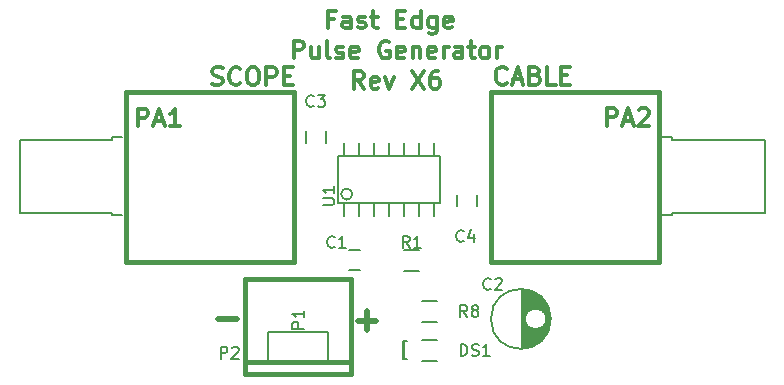
<source format=gto>
%TF.GenerationSoftware,KiCad,Pcbnew,(5.1.10)-1*%
%TF.CreationDate,2021-09-19T13:47:21-04:00*%
%TF.ProjectId,PULSE-GEN,50554c53-452d-4474-954e-2e6b69636164,rev?*%
%TF.SameCoordinates,Original*%
%TF.FileFunction,Legend,Top*%
%TF.FilePolarity,Positive*%
%FSLAX46Y46*%
G04 Gerber Fmt 4.6, Leading zero omitted, Abs format (unit mm)*
G04 Created by KiCad (PCBNEW (5.1.10)-1) date 2021-09-19 13:47:21*
%MOMM*%
%LPD*%
G01*
G04 APERTURE LIST*
%ADD10C,0.200000*%
%ADD11C,0.300000*%
%ADD12C,0.508000*%
%ADD13C,0.381000*%
%ADD14C,0.127000*%
%ADD15C,0.152400*%
%ADD16C,0.150000*%
%ADD17C,0.375000*%
G04 APERTURE END LIST*
D10*
X23368000Y-30480000D02*
X23749000Y-30480000D01*
X23368000Y-28956000D02*
X23749000Y-28956000D01*
X23368000Y-30480000D02*
X23495000Y-30480000D01*
X23368000Y-28956000D02*
X23495000Y-28956000D01*
X23368000Y-30480000D02*
X23495000Y-30480000D01*
X23368000Y-28956000D02*
X23368000Y-30480000D01*
X23495000Y-28956000D02*
X23495000Y-30480000D01*
D11*
X32177314Y-7063514D02*
X32105885Y-7134942D01*
X31891600Y-7206371D01*
X31748742Y-7206371D01*
X31534457Y-7134942D01*
X31391600Y-6992085D01*
X31320171Y-6849228D01*
X31248742Y-6563514D01*
X31248742Y-6349228D01*
X31320171Y-6063514D01*
X31391600Y-5920657D01*
X31534457Y-5777800D01*
X31748742Y-5706371D01*
X31891600Y-5706371D01*
X32105885Y-5777800D01*
X32177314Y-5849228D01*
X32748742Y-6777800D02*
X33463028Y-6777800D01*
X32605885Y-7206371D02*
X33105885Y-5706371D01*
X33605885Y-7206371D01*
X34605885Y-6420657D02*
X34820171Y-6492085D01*
X34891600Y-6563514D01*
X34963028Y-6706371D01*
X34963028Y-6920657D01*
X34891600Y-7063514D01*
X34820171Y-7134942D01*
X34677314Y-7206371D01*
X34105885Y-7206371D01*
X34105885Y-5706371D01*
X34605885Y-5706371D01*
X34748742Y-5777800D01*
X34820171Y-5849228D01*
X34891600Y-5992085D01*
X34891600Y-6134942D01*
X34820171Y-6277800D01*
X34748742Y-6349228D01*
X34605885Y-6420657D01*
X34105885Y-6420657D01*
X36320171Y-7206371D02*
X35605885Y-7206371D01*
X35605885Y-5706371D01*
X36820171Y-6420657D02*
X37320171Y-6420657D01*
X37534457Y-7206371D02*
X36820171Y-7206371D01*
X36820171Y-5706371D01*
X37534457Y-5706371D01*
X7275142Y-7185742D02*
X7489428Y-7257171D01*
X7846571Y-7257171D01*
X7989428Y-7185742D01*
X8060857Y-7114314D01*
X8132285Y-6971457D01*
X8132285Y-6828600D01*
X8060857Y-6685742D01*
X7989428Y-6614314D01*
X7846571Y-6542885D01*
X7560857Y-6471457D01*
X7417999Y-6400028D01*
X7346571Y-6328600D01*
X7275142Y-6185742D01*
X7275142Y-6042885D01*
X7346571Y-5900028D01*
X7417999Y-5828600D01*
X7560857Y-5757171D01*
X7918000Y-5757171D01*
X8132285Y-5828600D01*
X9632285Y-7114314D02*
X9560857Y-7185742D01*
X9346571Y-7257171D01*
X9203714Y-7257171D01*
X8989428Y-7185742D01*
X8846571Y-7042885D01*
X8775142Y-6900028D01*
X8703714Y-6614314D01*
X8703714Y-6400028D01*
X8775142Y-6114314D01*
X8846571Y-5971457D01*
X8989428Y-5828600D01*
X9203714Y-5757171D01*
X9346571Y-5757171D01*
X9560857Y-5828600D01*
X9632285Y-5900028D01*
X10560857Y-5757171D02*
X10846571Y-5757171D01*
X10989428Y-5828600D01*
X11132285Y-5971457D01*
X11203714Y-6257171D01*
X11203714Y-6757171D01*
X11132285Y-7042885D01*
X10989428Y-7185742D01*
X10846571Y-7257171D01*
X10560857Y-7257171D01*
X10418000Y-7185742D01*
X10275142Y-7042885D01*
X10203714Y-6757171D01*
X10203714Y-6257171D01*
X10275142Y-5971457D01*
X10418000Y-5828600D01*
X10560857Y-5757171D01*
X11846571Y-7257171D02*
X11846571Y-5757171D01*
X12417999Y-5757171D01*
X12560857Y-5828600D01*
X12632285Y-5900028D01*
X12703714Y-6042885D01*
X12703714Y-6257171D01*
X12632285Y-6400028D01*
X12560857Y-6471457D01*
X12417999Y-6542885D01*
X11846571Y-6542885D01*
X13346571Y-6471457D02*
X13846571Y-6471457D01*
X14060857Y-7257171D02*
X13346571Y-7257171D01*
X13346571Y-5757171D01*
X14060857Y-5757171D01*
X17538571Y-1660857D02*
X17038571Y-1660857D01*
X17038571Y-2446571D02*
X17038571Y-946571D01*
X17752857Y-946571D01*
X18967142Y-2446571D02*
X18967142Y-1660857D01*
X18895714Y-1518000D01*
X18752857Y-1446571D01*
X18467142Y-1446571D01*
X18324285Y-1518000D01*
X18967142Y-2375142D02*
X18824285Y-2446571D01*
X18467142Y-2446571D01*
X18324285Y-2375142D01*
X18252857Y-2232285D01*
X18252857Y-2089428D01*
X18324285Y-1946571D01*
X18467142Y-1875142D01*
X18824285Y-1875142D01*
X18967142Y-1803714D01*
X19610000Y-2375142D02*
X19752857Y-2446571D01*
X20038571Y-2446571D01*
X20181428Y-2375142D01*
X20252857Y-2232285D01*
X20252857Y-2160857D01*
X20181428Y-2018000D01*
X20038571Y-1946571D01*
X19824285Y-1946571D01*
X19681428Y-1875142D01*
X19610000Y-1732285D01*
X19610000Y-1660857D01*
X19681428Y-1518000D01*
X19824285Y-1446571D01*
X20038571Y-1446571D01*
X20181428Y-1518000D01*
X20681428Y-1446571D02*
X21252857Y-1446571D01*
X20895714Y-946571D02*
X20895714Y-2232285D01*
X20967142Y-2375142D01*
X21110000Y-2446571D01*
X21252857Y-2446571D01*
X22895714Y-1660857D02*
X23395714Y-1660857D01*
X23610000Y-2446571D02*
X22895714Y-2446571D01*
X22895714Y-946571D01*
X23610000Y-946571D01*
X24895714Y-2446571D02*
X24895714Y-946571D01*
X24895714Y-2375142D02*
X24752857Y-2446571D01*
X24467142Y-2446571D01*
X24324285Y-2375142D01*
X24252857Y-2303714D01*
X24181428Y-2160857D01*
X24181428Y-1732285D01*
X24252857Y-1589428D01*
X24324285Y-1518000D01*
X24467142Y-1446571D01*
X24752857Y-1446571D01*
X24895714Y-1518000D01*
X26252857Y-1446571D02*
X26252857Y-2660857D01*
X26181428Y-2803714D01*
X26110000Y-2875142D01*
X25967142Y-2946571D01*
X25752857Y-2946571D01*
X25610000Y-2875142D01*
X26252857Y-2375142D02*
X26110000Y-2446571D01*
X25824285Y-2446571D01*
X25681428Y-2375142D01*
X25610000Y-2303714D01*
X25538571Y-2160857D01*
X25538571Y-1732285D01*
X25610000Y-1589428D01*
X25681428Y-1518000D01*
X25824285Y-1446571D01*
X26110000Y-1446571D01*
X26252857Y-1518000D01*
X27538571Y-2375142D02*
X27395714Y-2446571D01*
X27110000Y-2446571D01*
X26967142Y-2375142D01*
X26895714Y-2232285D01*
X26895714Y-1660857D01*
X26967142Y-1518000D01*
X27110000Y-1446571D01*
X27395714Y-1446571D01*
X27538571Y-1518000D01*
X27610000Y-1660857D01*
X27610000Y-1803714D01*
X26895714Y-1946571D01*
X14145714Y-4996571D02*
X14145714Y-3496571D01*
X14717142Y-3496571D01*
X14860000Y-3568000D01*
X14931428Y-3639428D01*
X15002857Y-3782285D01*
X15002857Y-3996571D01*
X14931428Y-4139428D01*
X14860000Y-4210857D01*
X14717142Y-4282285D01*
X14145714Y-4282285D01*
X16288571Y-3996571D02*
X16288571Y-4996571D01*
X15645714Y-3996571D02*
X15645714Y-4782285D01*
X15717142Y-4925142D01*
X15860000Y-4996571D01*
X16074285Y-4996571D01*
X16217142Y-4925142D01*
X16288571Y-4853714D01*
X17217142Y-4996571D02*
X17074285Y-4925142D01*
X17002857Y-4782285D01*
X17002857Y-3496571D01*
X17717142Y-4925142D02*
X17860000Y-4996571D01*
X18145714Y-4996571D01*
X18288571Y-4925142D01*
X18360000Y-4782285D01*
X18360000Y-4710857D01*
X18288571Y-4568000D01*
X18145714Y-4496571D01*
X17931428Y-4496571D01*
X17788571Y-4425142D01*
X17717142Y-4282285D01*
X17717142Y-4210857D01*
X17788571Y-4068000D01*
X17931428Y-3996571D01*
X18145714Y-3996571D01*
X18288571Y-4068000D01*
X19574285Y-4925142D02*
X19431428Y-4996571D01*
X19145714Y-4996571D01*
X19002857Y-4925142D01*
X18931428Y-4782285D01*
X18931428Y-4210857D01*
X19002857Y-4068000D01*
X19145714Y-3996571D01*
X19431428Y-3996571D01*
X19574285Y-4068000D01*
X19645714Y-4210857D01*
X19645714Y-4353714D01*
X18931428Y-4496571D01*
X22217142Y-3568000D02*
X22074285Y-3496571D01*
X21860000Y-3496571D01*
X21645714Y-3568000D01*
X21502857Y-3710857D01*
X21431428Y-3853714D01*
X21360000Y-4139428D01*
X21360000Y-4353714D01*
X21431428Y-4639428D01*
X21502857Y-4782285D01*
X21645714Y-4925142D01*
X21860000Y-4996571D01*
X22002857Y-4996571D01*
X22217142Y-4925142D01*
X22288571Y-4853714D01*
X22288571Y-4353714D01*
X22002857Y-4353714D01*
X23502857Y-4925142D02*
X23360000Y-4996571D01*
X23074285Y-4996571D01*
X22931428Y-4925142D01*
X22860000Y-4782285D01*
X22860000Y-4210857D01*
X22931428Y-4068000D01*
X23074285Y-3996571D01*
X23360000Y-3996571D01*
X23502857Y-4068000D01*
X23574285Y-4210857D01*
X23574285Y-4353714D01*
X22860000Y-4496571D01*
X24217142Y-3996571D02*
X24217142Y-4996571D01*
X24217142Y-4139428D02*
X24288571Y-4068000D01*
X24431428Y-3996571D01*
X24645714Y-3996571D01*
X24788571Y-4068000D01*
X24860000Y-4210857D01*
X24860000Y-4996571D01*
X26145714Y-4925142D02*
X26002857Y-4996571D01*
X25717142Y-4996571D01*
X25574285Y-4925142D01*
X25502857Y-4782285D01*
X25502857Y-4210857D01*
X25574285Y-4068000D01*
X25717142Y-3996571D01*
X26002857Y-3996571D01*
X26145714Y-4068000D01*
X26217142Y-4210857D01*
X26217142Y-4353714D01*
X25502857Y-4496571D01*
X26859999Y-4996571D02*
X26859999Y-3996571D01*
X26859999Y-4282285D02*
X26931428Y-4139428D01*
X27002857Y-4068000D01*
X27145714Y-3996571D01*
X27288571Y-3996571D01*
X28431428Y-4996571D02*
X28431428Y-4210857D01*
X28360000Y-4068000D01*
X28217142Y-3996571D01*
X27931428Y-3996571D01*
X27788571Y-4068000D01*
X28431428Y-4925142D02*
X28288571Y-4996571D01*
X27931428Y-4996571D01*
X27788571Y-4925142D01*
X27717142Y-4782285D01*
X27717142Y-4639428D01*
X27788571Y-4496571D01*
X27931428Y-4425142D01*
X28288571Y-4425142D01*
X28431428Y-4353714D01*
X28931428Y-3996571D02*
X29502857Y-3996571D01*
X29145714Y-3496571D02*
X29145714Y-4782285D01*
X29217142Y-4925142D01*
X29359999Y-4996571D01*
X29502857Y-4996571D01*
X30217142Y-4996571D02*
X30074285Y-4925142D01*
X30002857Y-4853714D01*
X29931428Y-4710857D01*
X29931428Y-4282285D01*
X30002857Y-4139428D01*
X30074285Y-4068000D01*
X30217142Y-3996571D01*
X30431428Y-3996571D01*
X30574285Y-4068000D01*
X30645714Y-4139428D01*
X30717142Y-4282285D01*
X30717142Y-4710857D01*
X30645714Y-4853714D01*
X30574285Y-4925142D01*
X30431428Y-4996571D01*
X30217142Y-4996571D01*
X31359999Y-4996571D02*
X31359999Y-3996571D01*
X31359999Y-4282285D02*
X31431428Y-4139428D01*
X31502857Y-4068000D01*
X31645714Y-3996571D01*
X31788571Y-3996571D01*
X20110000Y-7546571D02*
X19610000Y-6832285D01*
X19252857Y-7546571D02*
X19252857Y-6046571D01*
X19824285Y-6046571D01*
X19967142Y-6118000D01*
X20038571Y-6189428D01*
X20110000Y-6332285D01*
X20110000Y-6546571D01*
X20038571Y-6689428D01*
X19967142Y-6760857D01*
X19824285Y-6832285D01*
X19252857Y-6832285D01*
X21324285Y-7475142D02*
X21181428Y-7546571D01*
X20895714Y-7546571D01*
X20752857Y-7475142D01*
X20681428Y-7332285D01*
X20681428Y-6760857D01*
X20752857Y-6618000D01*
X20895714Y-6546571D01*
X21181428Y-6546571D01*
X21324285Y-6618000D01*
X21395714Y-6760857D01*
X21395714Y-6903714D01*
X20681428Y-7046571D01*
X21895714Y-6546571D02*
X22252857Y-7546571D01*
X22610000Y-6546571D01*
X24181428Y-6046571D02*
X25181428Y-7546571D01*
X25181428Y-6046571D02*
X24181428Y-7546571D01*
X26395714Y-6046571D02*
X26110000Y-6046571D01*
X25967142Y-6118000D01*
X25895714Y-6189428D01*
X25752857Y-6403714D01*
X25681428Y-6689428D01*
X25681428Y-7260857D01*
X25752857Y-7403714D01*
X25824285Y-7475142D01*
X25967142Y-7546571D01*
X26252857Y-7546571D01*
X26395714Y-7475142D01*
X26467142Y-7403714D01*
X26538571Y-7260857D01*
X26538571Y-6903714D01*
X26467142Y-6760857D01*
X26395714Y-6689428D01*
X26252857Y-6618000D01*
X25967142Y-6618000D01*
X25824285Y-6689428D01*
X25752857Y-6760857D01*
X25681428Y-6903714D01*
D12*
X7760304Y-27069142D02*
X9308495Y-27069142D01*
X19571304Y-27196142D02*
X21119495Y-27196142D01*
X20345400Y-27970238D02*
X20345400Y-26422047D01*
D13*
%TO.C,P2*%
X19018000Y-31678000D02*
X10018000Y-31678000D01*
X19018000Y-30678000D02*
X10018000Y-30678000D01*
X19018000Y-23678000D02*
X10018000Y-23678000D01*
X10018000Y-31678000D02*
X10018000Y-23678000D01*
X19018000Y-31678000D02*
X19018000Y-23678000D01*
D14*
%TO.C,U1*%
X19116067Y-16484600D02*
G75*
G03*
X19116067Y-16484600I-472467J0D01*
G01*
X20955000Y-18313400D02*
X20955000Y-17221200D01*
X22225000Y-18313400D02*
X22225000Y-17221200D01*
X23495000Y-18313400D02*
X23495000Y-17221200D01*
X19685000Y-18313400D02*
X19685000Y-17221200D01*
X18415000Y-17221200D02*
X18415000Y-18313400D01*
X24765000Y-17221200D02*
X24765000Y-18313400D01*
X26035000Y-17221200D02*
X26035000Y-18313400D01*
X26035000Y-12166600D02*
X26035000Y-13258800D01*
X24765000Y-12166600D02*
X24765000Y-13258800D01*
X23495000Y-12166600D02*
X23495000Y-13258800D01*
X18415000Y-13258800D02*
X18415000Y-12166600D01*
X22225000Y-13258800D02*
X22225000Y-12166600D01*
X20955000Y-13258800D02*
X20955000Y-12166600D01*
X19685000Y-13258800D02*
X19685000Y-12166600D01*
X26543000Y-13258800D02*
X17907000Y-13258800D01*
X26543000Y-17221200D02*
X26543000Y-13258800D01*
X17907000Y-17221200D02*
X26543000Y-17221200D01*
X17907000Y-13258800D02*
X17907000Y-17221200D01*
D13*
%TO.C,PB1*%
X14135380Y-22218200D02*
X14135380Y-7818940D01*
X-83540Y-7818940D02*
X14117600Y-7818940D01*
X-78460Y-22223280D02*
X-78460Y-7824020D01*
X14117600Y-22218200D02*
X-83540Y-22218200D01*
%TO.C,PB2*%
X30864620Y-7841800D02*
X30864620Y-22241060D01*
X45083540Y-22241060D02*
X30882400Y-22241060D01*
X45078460Y-7836720D02*
X45078460Y-22235980D01*
X30882400Y-7841800D02*
X45083540Y-7841800D01*
D15*
%TO.C,P1*%
X11938000Y-28194000D02*
X17018000Y-28194000D01*
X11938000Y-30734000D02*
X11938000Y-28194000D01*
X17018000Y-30734000D02*
X11938000Y-30734000D01*
X17018000Y-28194000D02*
X17018000Y-30734000D01*
D16*
%TO.C,C2*%
X35918500Y-27051000D02*
G75*
G03*
X35918500Y-27051000I-2537500J0D01*
G01*
X35531000Y-27051000D02*
G75*
G03*
X35531000Y-27051000I-900000J0D01*
G01*
X35836000Y-26579000D02*
X35836000Y-27523000D01*
X35696000Y-26107000D02*
X35696000Y-27995000D01*
X35556000Y-25818000D02*
X35556000Y-28284000D01*
X35416000Y-27491000D02*
X35416000Y-28503000D01*
X35416000Y-25599000D02*
X35416000Y-26611000D01*
X35276000Y-27679000D02*
X35276000Y-28682000D01*
X35276000Y-25420000D02*
X35276000Y-26423000D01*
X35136000Y-27796000D02*
X35136000Y-28831000D01*
X35136000Y-25271000D02*
X35136000Y-26306000D01*
X34996000Y-27874000D02*
X34996000Y-28959000D01*
X34996000Y-25143000D02*
X34996000Y-26228000D01*
X34856000Y-27922000D02*
X34856000Y-29070000D01*
X34856000Y-25032000D02*
X34856000Y-26180000D01*
X34716000Y-27947000D02*
X34716000Y-29165000D01*
X34716000Y-24937000D02*
X34716000Y-26155000D01*
X34576000Y-27949000D02*
X34576000Y-29247000D01*
X34576000Y-24855000D02*
X34576000Y-26153000D01*
X34436000Y-27930000D02*
X34436000Y-29317000D01*
X34436000Y-24785000D02*
X34436000Y-26172000D01*
X34296000Y-27886000D02*
X34296000Y-29378000D01*
X34296000Y-24724000D02*
X34296000Y-26216000D01*
X34156000Y-27815000D02*
X34156000Y-29428000D01*
X34156000Y-24674000D02*
X34156000Y-26287000D01*
X34016000Y-27708000D02*
X34016000Y-29469000D01*
X34016000Y-24633000D02*
X34016000Y-26394000D01*
X33876000Y-27541000D02*
X33876000Y-29502000D01*
X33876000Y-24600000D02*
X33876000Y-26561000D01*
X33736000Y-27146000D02*
X33736000Y-29526000D01*
X33736000Y-24576000D02*
X33736000Y-26956000D01*
X33596000Y-24560000D02*
X33596000Y-29542000D01*
X33456000Y-24552000D02*
X33456000Y-29550000D01*
%TO.C,C1*%
X19804000Y-21248000D02*
X18804000Y-21248000D01*
X18804000Y-22948000D02*
X19804000Y-22948000D01*
%TO.C,C3*%
X16850000Y-12130000D02*
X16850000Y-11130000D01*
X15150000Y-11130000D02*
X15150000Y-12130000D01*
%TO.C,C4*%
X27979000Y-16518000D02*
X27979000Y-17518000D01*
X29679000Y-17518000D02*
X29679000Y-16518000D01*
%TO.C,DS1*%
X26254000Y-30593000D02*
X25054000Y-30593000D01*
X25054000Y-28843000D02*
X26254000Y-28843000D01*
%TO.C,R1*%
X23530000Y-21223000D02*
X24730000Y-21223000D01*
X24730000Y-22973000D02*
X23530000Y-22973000D01*
%TO.C,R8*%
X25054000Y-25541000D02*
X26254000Y-25541000D01*
X26254000Y-27291000D02*
X25054000Y-27291000D01*
%TO.C,PA1*%
X-1260000Y-11886000D02*
X-4460000Y-11886000D01*
X-1260000Y-18086000D02*
X-4460000Y-18086000D01*
X-1260000Y-18286000D02*
X-1260000Y-18086000D01*
X-360000Y-18286000D02*
X-1260000Y-18286000D01*
X-1260000Y-11686000D02*
X-1260000Y-11886000D01*
X-360000Y-11686000D02*
X-1260000Y-11686000D01*
X-1260000Y-18086000D02*
X-9060000Y-18086000D01*
X-1260000Y-11886000D02*
X-9060000Y-11886000D01*
X-9060000Y-11886000D02*
X-9060000Y-18086000D01*
%TO.C,PA2*%
X46218000Y-18086000D02*
X49418000Y-18086000D01*
X46218000Y-11886000D02*
X49418000Y-11886000D01*
X46218000Y-11686000D02*
X46218000Y-11886000D01*
X45318000Y-11686000D02*
X46218000Y-11686000D01*
X46218000Y-18286000D02*
X46218000Y-18086000D01*
X45318000Y-18286000D02*
X46218000Y-18286000D01*
X46218000Y-11886000D02*
X54018000Y-11886000D01*
X46218000Y-18086000D02*
X54018000Y-18086000D01*
X54018000Y-18086000D02*
X54018000Y-11886000D01*
%TO.C,P2*%
X7969904Y-30410380D02*
X7969904Y-29410380D01*
X8350857Y-29410380D01*
X8446095Y-29458000D01*
X8493714Y-29505619D01*
X8541333Y-29600857D01*
X8541333Y-29743714D01*
X8493714Y-29838952D01*
X8446095Y-29886571D01*
X8350857Y-29934190D01*
X7969904Y-29934190D01*
X8922285Y-29505619D02*
X8969904Y-29458000D01*
X9065142Y-29410380D01*
X9303238Y-29410380D01*
X9398476Y-29458000D01*
X9446095Y-29505619D01*
X9493714Y-29600857D01*
X9493714Y-29696095D01*
X9446095Y-29838952D01*
X8874666Y-30410380D01*
X9493714Y-30410380D01*
%TO.C,U1*%
X16597380Y-17398904D02*
X17406904Y-17398904D01*
X17502142Y-17351285D01*
X17549761Y-17303666D01*
X17597380Y-17208428D01*
X17597380Y-17017952D01*
X17549761Y-16922714D01*
X17502142Y-16875095D01*
X17406904Y-16827476D01*
X16597380Y-16827476D01*
X17597380Y-15827476D02*
X17597380Y-16398904D01*
X17597380Y-16113190D02*
X16597380Y-16113190D01*
X16740238Y-16208428D01*
X16835476Y-16303666D01*
X16883095Y-16398904D01*
%TO.C,P1*%
X15031980Y-27865295D02*
X14031980Y-27865295D01*
X14031980Y-27484342D01*
X14079600Y-27389104D01*
X14127219Y-27341485D01*
X14222457Y-27293866D01*
X14365314Y-27293866D01*
X14460552Y-27341485D01*
X14508171Y-27389104D01*
X14555790Y-27484342D01*
X14555790Y-27865295D01*
X15031980Y-26341485D02*
X15031980Y-26912914D01*
X15031980Y-26627200D02*
X14031980Y-26627200D01*
X14174838Y-26722438D01*
X14270076Y-26817676D01*
X14317695Y-26912914D01*
%TO.C,C2*%
X30821333Y-24487142D02*
X30773714Y-24534761D01*
X30630857Y-24582380D01*
X30535619Y-24582380D01*
X30392761Y-24534761D01*
X30297523Y-24439523D01*
X30249904Y-24344285D01*
X30202285Y-24153809D01*
X30202285Y-24010952D01*
X30249904Y-23820476D01*
X30297523Y-23725238D01*
X30392761Y-23630000D01*
X30535619Y-23582380D01*
X30630857Y-23582380D01*
X30773714Y-23630000D01*
X30821333Y-23677619D01*
X31202285Y-23677619D02*
X31249904Y-23630000D01*
X31345142Y-23582380D01*
X31583238Y-23582380D01*
X31678476Y-23630000D01*
X31726095Y-23677619D01*
X31773714Y-23772857D01*
X31773714Y-23868095D01*
X31726095Y-24010952D01*
X31154666Y-24582380D01*
X31773714Y-24582380D01*
%TO.C,C1*%
X17613333Y-20931142D02*
X17565714Y-20978761D01*
X17422857Y-21026380D01*
X17327619Y-21026380D01*
X17184761Y-20978761D01*
X17089523Y-20883523D01*
X17041904Y-20788285D01*
X16994285Y-20597809D01*
X16994285Y-20454952D01*
X17041904Y-20264476D01*
X17089523Y-20169238D01*
X17184761Y-20074000D01*
X17327619Y-20026380D01*
X17422857Y-20026380D01*
X17565714Y-20074000D01*
X17613333Y-20121619D01*
X18565714Y-21026380D02*
X17994285Y-21026380D01*
X18280000Y-21026380D02*
X18280000Y-20026380D01*
X18184761Y-20169238D01*
X18089523Y-20264476D01*
X17994285Y-20312095D01*
%TO.C,C3*%
X15835333Y-8993142D02*
X15787714Y-9040761D01*
X15644857Y-9088380D01*
X15549619Y-9088380D01*
X15406761Y-9040761D01*
X15311523Y-8945523D01*
X15263904Y-8850285D01*
X15216285Y-8659809D01*
X15216285Y-8516952D01*
X15263904Y-8326476D01*
X15311523Y-8231238D01*
X15406761Y-8136000D01*
X15549619Y-8088380D01*
X15644857Y-8088380D01*
X15787714Y-8136000D01*
X15835333Y-8183619D01*
X16168666Y-8088380D02*
X16787714Y-8088380D01*
X16454380Y-8469333D01*
X16597238Y-8469333D01*
X16692476Y-8516952D01*
X16740095Y-8564571D01*
X16787714Y-8659809D01*
X16787714Y-8897904D01*
X16740095Y-8993142D01*
X16692476Y-9040761D01*
X16597238Y-9088380D01*
X16311523Y-9088380D01*
X16216285Y-9040761D01*
X16168666Y-8993142D01*
%TO.C,C4*%
X28535333Y-20423142D02*
X28487714Y-20470761D01*
X28344857Y-20518380D01*
X28249619Y-20518380D01*
X28106761Y-20470761D01*
X28011523Y-20375523D01*
X27963904Y-20280285D01*
X27916285Y-20089809D01*
X27916285Y-19946952D01*
X27963904Y-19756476D01*
X28011523Y-19661238D01*
X28106761Y-19566000D01*
X28249619Y-19518380D01*
X28344857Y-19518380D01*
X28487714Y-19566000D01*
X28535333Y-19613619D01*
X29392476Y-19851714D02*
X29392476Y-20518380D01*
X29154380Y-19470761D02*
X28916285Y-20185047D01*
X29535333Y-20185047D01*
%TO.C,DS1*%
X28275114Y-30170380D02*
X28275114Y-29170380D01*
X28513209Y-29170380D01*
X28656066Y-29218000D01*
X28751304Y-29313238D01*
X28798923Y-29408476D01*
X28846542Y-29598952D01*
X28846542Y-29741809D01*
X28798923Y-29932285D01*
X28751304Y-30027523D01*
X28656066Y-30122761D01*
X28513209Y-30170380D01*
X28275114Y-30170380D01*
X29227495Y-30122761D02*
X29370352Y-30170380D01*
X29608447Y-30170380D01*
X29703685Y-30122761D01*
X29751304Y-30075142D01*
X29798923Y-29979904D01*
X29798923Y-29884666D01*
X29751304Y-29789428D01*
X29703685Y-29741809D01*
X29608447Y-29694190D01*
X29417971Y-29646571D01*
X29322733Y-29598952D01*
X29275114Y-29551333D01*
X29227495Y-29456095D01*
X29227495Y-29360857D01*
X29275114Y-29265619D01*
X29322733Y-29218000D01*
X29417971Y-29170380D01*
X29656066Y-29170380D01*
X29798923Y-29218000D01*
X30751304Y-30170380D02*
X30179876Y-30170380D01*
X30465590Y-30170380D02*
X30465590Y-29170380D01*
X30370352Y-29313238D01*
X30275114Y-29408476D01*
X30179876Y-29456095D01*
%TO.C,R1*%
X23963333Y-21026380D02*
X23630000Y-20550190D01*
X23391904Y-21026380D02*
X23391904Y-20026380D01*
X23772857Y-20026380D01*
X23868095Y-20074000D01*
X23915714Y-20121619D01*
X23963333Y-20216857D01*
X23963333Y-20359714D01*
X23915714Y-20454952D01*
X23868095Y-20502571D01*
X23772857Y-20550190D01*
X23391904Y-20550190D01*
X24915714Y-21026380D02*
X24344285Y-21026380D01*
X24630000Y-21026380D02*
X24630000Y-20026380D01*
X24534761Y-20169238D01*
X24439523Y-20264476D01*
X24344285Y-20312095D01*
%TO.C,R8*%
X28840133Y-26868380D02*
X28506800Y-26392190D01*
X28268704Y-26868380D02*
X28268704Y-25868380D01*
X28649657Y-25868380D01*
X28744895Y-25916000D01*
X28792514Y-25963619D01*
X28840133Y-26058857D01*
X28840133Y-26201714D01*
X28792514Y-26296952D01*
X28744895Y-26344571D01*
X28649657Y-26392190D01*
X28268704Y-26392190D01*
X29411561Y-26296952D02*
X29316323Y-26249333D01*
X29268704Y-26201714D01*
X29221085Y-26106476D01*
X29221085Y-26058857D01*
X29268704Y-25963619D01*
X29316323Y-25916000D01*
X29411561Y-25868380D01*
X29602038Y-25868380D01*
X29697276Y-25916000D01*
X29744895Y-25963619D01*
X29792514Y-26058857D01*
X29792514Y-26106476D01*
X29744895Y-26201714D01*
X29697276Y-26249333D01*
X29602038Y-26296952D01*
X29411561Y-26296952D01*
X29316323Y-26344571D01*
X29268704Y-26392190D01*
X29221085Y-26487428D01*
X29221085Y-26677904D01*
X29268704Y-26773142D01*
X29316323Y-26820761D01*
X29411561Y-26868380D01*
X29602038Y-26868380D01*
X29697276Y-26820761D01*
X29744895Y-26773142D01*
X29792514Y-26677904D01*
X29792514Y-26487428D01*
X29744895Y-26392190D01*
X29697276Y-26344571D01*
X29602038Y-26296952D01*
%TO.C,PA1*%
D17*
X967800Y-10736971D02*
X967800Y-9236971D01*
X1539228Y-9236971D01*
X1682085Y-9308400D01*
X1753514Y-9379828D01*
X1824942Y-9522685D01*
X1824942Y-9736971D01*
X1753514Y-9879828D01*
X1682085Y-9951257D01*
X1539228Y-10022685D01*
X967800Y-10022685D01*
X2396371Y-10308400D02*
X3110657Y-10308400D01*
X2253514Y-10736971D02*
X2753514Y-9236971D01*
X3253514Y-10736971D01*
X4539228Y-10736971D02*
X3682085Y-10736971D01*
X4110657Y-10736971D02*
X4110657Y-9236971D01*
X3967800Y-9451257D01*
X3824942Y-9594114D01*
X3682085Y-9665542D01*
%TO.C,PA2*%
X40668000Y-10686171D02*
X40668000Y-9186171D01*
X41239428Y-9186171D01*
X41382285Y-9257600D01*
X41453714Y-9329028D01*
X41525142Y-9471885D01*
X41525142Y-9686171D01*
X41453714Y-9829028D01*
X41382285Y-9900457D01*
X41239428Y-9971885D01*
X40668000Y-9971885D01*
X42096571Y-10257600D02*
X42810857Y-10257600D01*
X41953714Y-10686171D02*
X42453714Y-9186171D01*
X42953714Y-10686171D01*
X43382285Y-9329028D02*
X43453714Y-9257600D01*
X43596571Y-9186171D01*
X43953714Y-9186171D01*
X44096571Y-9257600D01*
X44168000Y-9329028D01*
X44239428Y-9471885D01*
X44239428Y-9614742D01*
X44168000Y-9829028D01*
X43310857Y-10686171D01*
X44239428Y-10686171D01*
%TD*%
M02*

</source>
